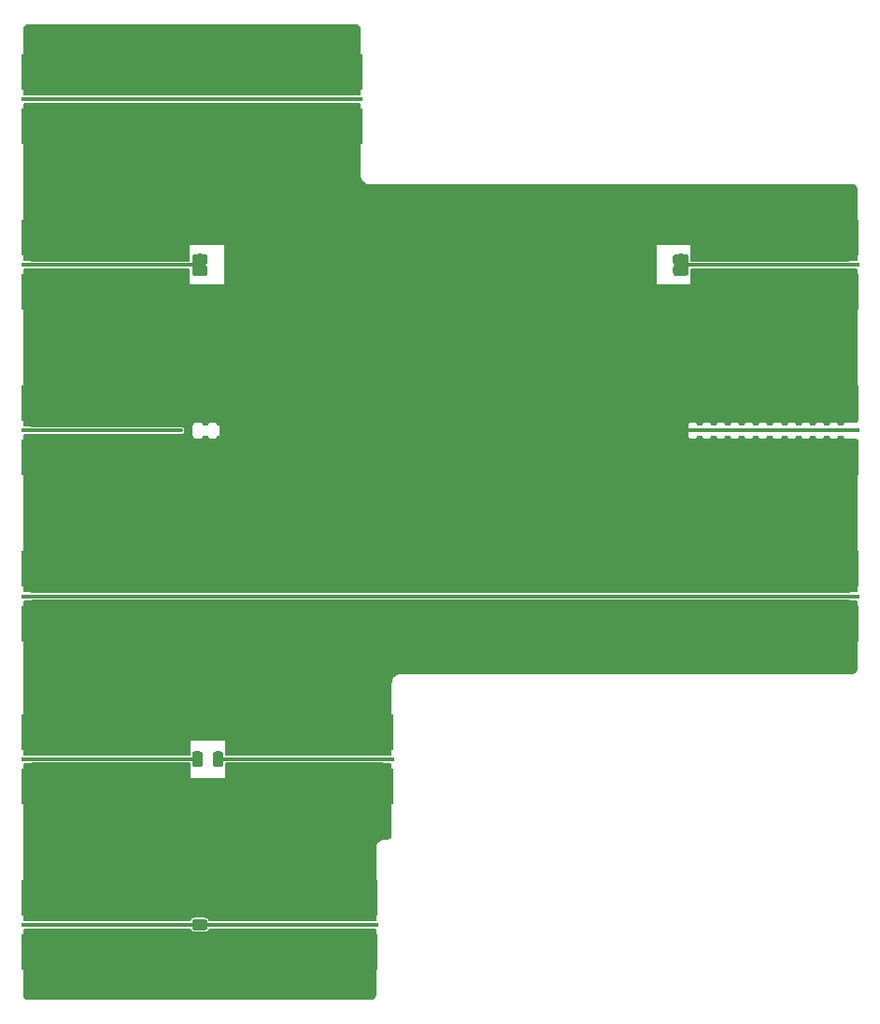
<source format=gtl>
G04 #@! TF.GenerationSoftware,KiCad,Pcbnew,(5.1.5)-2*
G04 #@! TF.CreationDate,2020-02-16T11:04:41+01:00*
G04 #@! TF.ProjectId,OSHPark_4Layers_trl-board_v0_1,4f534850-6172-46b5-9f34-4c6179657273,rev?*
G04 #@! TF.SameCoordinates,Original*
G04 #@! TF.FileFunction,Copper,L1,Top*
G04 #@! TF.FilePolarity,Positive*
%FSLAX46Y46*%
G04 Gerber Fmt 4.6, Leading zero omitted, Abs format (unit mm)*
G04 Created by KiCad (PCBNEW (5.1.5)-2) date 2020-02-16 11:04:41*
%MOMM*%
%LPD*%
G04 APERTURE LIST*
%ADD10R,0.889000X0.406400*%
%ADD11R,5.537200X3.225800*%
%ADD12C,0.152400*%
%ADD13C,0.762000*%
%ADD14C,0.600000*%
%ADD15C,0.340360*%
%ADD16C,1.000000*%
G04 APERTURE END LIST*
D10*
X214955500Y-165000000D03*
D11*
X212631400Y-167463800D03*
X212631400Y-162536200D03*
D10*
X183444500Y-165000000D03*
D11*
X185768600Y-162536200D03*
X185768600Y-167463800D03*
D10*
X216385500Y-150000000D03*
D11*
X214061400Y-152463800D03*
X214061400Y-147536200D03*
D10*
X183444500Y-150000000D03*
D11*
X185768600Y-147536200D03*
X185768600Y-152463800D03*
D10*
X258555500Y-135250000D03*
D11*
X256231400Y-137713800D03*
X256231400Y-132786200D03*
D10*
X183444500Y-135250000D03*
D11*
X185768600Y-132786200D03*
X185768600Y-137713800D03*
D10*
X258555500Y-120250000D03*
D11*
X256231400Y-122713800D03*
X256231400Y-117786200D03*
D10*
X183444500Y-120250000D03*
D11*
X185768600Y-117786200D03*
X185768600Y-122713800D03*
D10*
X258555500Y-105250000D03*
D11*
X256231400Y-107713800D03*
X256231400Y-102786200D03*
D10*
X183444500Y-105250000D03*
D11*
X185768600Y-102786200D03*
X185768600Y-107713800D03*
D10*
X213555500Y-90250000D03*
D11*
X211231400Y-92713800D03*
X211231400Y-87786200D03*
D10*
X183444500Y-90250000D03*
D11*
X185768600Y-87786200D03*
X185768600Y-92713800D03*
G04 #@! TA.AperFunction,SMDPad,CuDef*
D12*
G36*
X199255142Y-149301174D02*
G01*
X199278803Y-149304684D01*
X199302007Y-149310496D01*
X199324529Y-149318554D01*
X199346153Y-149328782D01*
X199366670Y-149341079D01*
X199385883Y-149355329D01*
X199403607Y-149371393D01*
X199419671Y-149389117D01*
X199433921Y-149408330D01*
X199446218Y-149428847D01*
X199456446Y-149450471D01*
X199464504Y-149472993D01*
X199470316Y-149496197D01*
X199473826Y-149519858D01*
X199475000Y-149543750D01*
X199475000Y-150456250D01*
X199473826Y-150480142D01*
X199470316Y-150503803D01*
X199464504Y-150527007D01*
X199456446Y-150549529D01*
X199446218Y-150571153D01*
X199433921Y-150591670D01*
X199419671Y-150610883D01*
X199403607Y-150628607D01*
X199385883Y-150644671D01*
X199366670Y-150658921D01*
X199346153Y-150671218D01*
X199324529Y-150681446D01*
X199302007Y-150689504D01*
X199278803Y-150695316D01*
X199255142Y-150698826D01*
X199231250Y-150700000D01*
X198743750Y-150700000D01*
X198719858Y-150698826D01*
X198696197Y-150695316D01*
X198672993Y-150689504D01*
X198650471Y-150681446D01*
X198628847Y-150671218D01*
X198608330Y-150658921D01*
X198589117Y-150644671D01*
X198571393Y-150628607D01*
X198555329Y-150610883D01*
X198541079Y-150591670D01*
X198528782Y-150571153D01*
X198518554Y-150549529D01*
X198510496Y-150527007D01*
X198504684Y-150503803D01*
X198501174Y-150480142D01*
X198500000Y-150456250D01*
X198500000Y-149543750D01*
X198501174Y-149519858D01*
X198504684Y-149496197D01*
X198510496Y-149472993D01*
X198518554Y-149450471D01*
X198528782Y-149428847D01*
X198541079Y-149408330D01*
X198555329Y-149389117D01*
X198571393Y-149371393D01*
X198589117Y-149355329D01*
X198608330Y-149341079D01*
X198628847Y-149328782D01*
X198650471Y-149318554D01*
X198672993Y-149310496D01*
X198696197Y-149304684D01*
X198719858Y-149301174D01*
X198743750Y-149300000D01*
X199231250Y-149300000D01*
X199255142Y-149301174D01*
G37*
G04 #@! TD.AperFunction*
G04 #@! TA.AperFunction,SMDPad,CuDef*
G36*
X201130142Y-149301174D02*
G01*
X201153803Y-149304684D01*
X201177007Y-149310496D01*
X201199529Y-149318554D01*
X201221153Y-149328782D01*
X201241670Y-149341079D01*
X201260883Y-149355329D01*
X201278607Y-149371393D01*
X201294671Y-149389117D01*
X201308921Y-149408330D01*
X201321218Y-149428847D01*
X201331446Y-149450471D01*
X201339504Y-149472993D01*
X201345316Y-149496197D01*
X201348826Y-149519858D01*
X201350000Y-149543750D01*
X201350000Y-150456250D01*
X201348826Y-150480142D01*
X201345316Y-150503803D01*
X201339504Y-150527007D01*
X201331446Y-150549529D01*
X201321218Y-150571153D01*
X201308921Y-150591670D01*
X201294671Y-150610883D01*
X201278607Y-150628607D01*
X201260883Y-150644671D01*
X201241670Y-150658921D01*
X201221153Y-150671218D01*
X201199529Y-150681446D01*
X201177007Y-150689504D01*
X201153803Y-150695316D01*
X201130142Y-150698826D01*
X201106250Y-150700000D01*
X200618750Y-150700000D01*
X200594858Y-150698826D01*
X200571197Y-150695316D01*
X200547993Y-150689504D01*
X200525471Y-150681446D01*
X200503847Y-150671218D01*
X200483330Y-150658921D01*
X200464117Y-150644671D01*
X200446393Y-150628607D01*
X200430329Y-150610883D01*
X200416079Y-150591670D01*
X200403782Y-150571153D01*
X200393554Y-150549529D01*
X200385496Y-150527007D01*
X200379684Y-150503803D01*
X200376174Y-150480142D01*
X200375000Y-150456250D01*
X200375000Y-149543750D01*
X200376174Y-149519858D01*
X200379684Y-149496197D01*
X200385496Y-149472993D01*
X200393554Y-149450471D01*
X200403782Y-149428847D01*
X200416079Y-149408330D01*
X200430329Y-149389117D01*
X200446393Y-149371393D01*
X200464117Y-149355329D01*
X200483330Y-149341079D01*
X200503847Y-149328782D01*
X200525471Y-149318554D01*
X200547993Y-149310496D01*
X200571197Y-149304684D01*
X200594858Y-149301174D01*
X200618750Y-149300000D01*
X201106250Y-149300000D01*
X201130142Y-149301174D01*
G37*
G04 #@! TD.AperFunction*
G04 #@! TA.AperFunction,SMDPad,CuDef*
G36*
X199680142Y-102401174D02*
G01*
X199703803Y-102404684D01*
X199727007Y-102410496D01*
X199749529Y-102418554D01*
X199771153Y-102428782D01*
X199791670Y-102441079D01*
X199810883Y-102455329D01*
X199828607Y-102471393D01*
X199844671Y-102489117D01*
X199858921Y-102508330D01*
X199871218Y-102528847D01*
X199881446Y-102550471D01*
X199889504Y-102572993D01*
X199895316Y-102596197D01*
X199898826Y-102619858D01*
X199900000Y-102643750D01*
X199900000Y-103131250D01*
X199898826Y-103155142D01*
X199895316Y-103178803D01*
X199889504Y-103202007D01*
X199881446Y-103224529D01*
X199871218Y-103246153D01*
X199858921Y-103266670D01*
X199844671Y-103285883D01*
X199828607Y-103303607D01*
X199810883Y-103319671D01*
X199791670Y-103333921D01*
X199771153Y-103346218D01*
X199749529Y-103356446D01*
X199727007Y-103364504D01*
X199703803Y-103370316D01*
X199680142Y-103373826D01*
X199656250Y-103375000D01*
X198743750Y-103375000D01*
X198719858Y-103373826D01*
X198696197Y-103370316D01*
X198672993Y-103364504D01*
X198650471Y-103356446D01*
X198628847Y-103346218D01*
X198608330Y-103333921D01*
X198589117Y-103319671D01*
X198571393Y-103303607D01*
X198555329Y-103285883D01*
X198541079Y-103266670D01*
X198528782Y-103246153D01*
X198518554Y-103224529D01*
X198510496Y-103202007D01*
X198504684Y-103178803D01*
X198501174Y-103155142D01*
X198500000Y-103131250D01*
X198500000Y-102643750D01*
X198501174Y-102619858D01*
X198504684Y-102596197D01*
X198510496Y-102572993D01*
X198518554Y-102550471D01*
X198528782Y-102528847D01*
X198541079Y-102508330D01*
X198555329Y-102489117D01*
X198571393Y-102471393D01*
X198589117Y-102455329D01*
X198608330Y-102441079D01*
X198628847Y-102428782D01*
X198650471Y-102418554D01*
X198672993Y-102410496D01*
X198696197Y-102404684D01*
X198719858Y-102401174D01*
X198743750Y-102400000D01*
X199656250Y-102400000D01*
X199680142Y-102401174D01*
G37*
G04 #@! TD.AperFunction*
G04 #@! TA.AperFunction,SMDPad,CuDef*
G36*
X199680142Y-104276174D02*
G01*
X199703803Y-104279684D01*
X199727007Y-104285496D01*
X199749529Y-104293554D01*
X199771153Y-104303782D01*
X199791670Y-104316079D01*
X199810883Y-104330329D01*
X199828607Y-104346393D01*
X199844671Y-104364117D01*
X199858921Y-104383330D01*
X199871218Y-104403847D01*
X199881446Y-104425471D01*
X199889504Y-104447993D01*
X199895316Y-104471197D01*
X199898826Y-104494858D01*
X199900000Y-104518750D01*
X199900000Y-105006250D01*
X199898826Y-105030142D01*
X199895316Y-105053803D01*
X199889504Y-105077007D01*
X199881446Y-105099529D01*
X199871218Y-105121153D01*
X199858921Y-105141670D01*
X199844671Y-105160883D01*
X199828607Y-105178607D01*
X199810883Y-105194671D01*
X199791670Y-105208921D01*
X199771153Y-105221218D01*
X199749529Y-105231446D01*
X199727007Y-105239504D01*
X199703803Y-105245316D01*
X199680142Y-105248826D01*
X199656250Y-105250000D01*
X198743750Y-105250000D01*
X198719858Y-105248826D01*
X198696197Y-105245316D01*
X198672993Y-105239504D01*
X198650471Y-105231446D01*
X198628847Y-105221218D01*
X198608330Y-105208921D01*
X198589117Y-105194671D01*
X198571393Y-105178607D01*
X198555329Y-105160883D01*
X198541079Y-105141670D01*
X198528782Y-105121153D01*
X198518554Y-105099529D01*
X198510496Y-105077007D01*
X198504684Y-105053803D01*
X198501174Y-105030142D01*
X198500000Y-105006250D01*
X198500000Y-104518750D01*
X198501174Y-104494858D01*
X198504684Y-104471197D01*
X198510496Y-104447993D01*
X198518554Y-104425471D01*
X198528782Y-104403847D01*
X198541079Y-104383330D01*
X198555329Y-104364117D01*
X198571393Y-104346393D01*
X198589117Y-104330329D01*
X198608330Y-104316079D01*
X198628847Y-104303782D01*
X198650471Y-104293554D01*
X198672993Y-104285496D01*
X198696197Y-104279684D01*
X198719858Y-104276174D01*
X198743750Y-104275000D01*
X199656250Y-104275000D01*
X199680142Y-104276174D01*
G37*
G04 #@! TD.AperFunction*
G04 #@! TA.AperFunction,SMDPad,CuDef*
G36*
X199680142Y-107126174D02*
G01*
X199703803Y-107129684D01*
X199727007Y-107135496D01*
X199749529Y-107143554D01*
X199771153Y-107153782D01*
X199791670Y-107166079D01*
X199810883Y-107180329D01*
X199828607Y-107196393D01*
X199844671Y-107214117D01*
X199858921Y-107233330D01*
X199871218Y-107253847D01*
X199881446Y-107275471D01*
X199889504Y-107297993D01*
X199895316Y-107321197D01*
X199898826Y-107344858D01*
X199900000Y-107368750D01*
X199900000Y-107856250D01*
X199898826Y-107880142D01*
X199895316Y-107903803D01*
X199889504Y-107927007D01*
X199881446Y-107949529D01*
X199871218Y-107971153D01*
X199858921Y-107991670D01*
X199844671Y-108010883D01*
X199828607Y-108028607D01*
X199810883Y-108044671D01*
X199791670Y-108058921D01*
X199771153Y-108071218D01*
X199749529Y-108081446D01*
X199727007Y-108089504D01*
X199703803Y-108095316D01*
X199680142Y-108098826D01*
X199656250Y-108100000D01*
X198743750Y-108100000D01*
X198719858Y-108098826D01*
X198696197Y-108095316D01*
X198672993Y-108089504D01*
X198650471Y-108081446D01*
X198628847Y-108071218D01*
X198608330Y-108058921D01*
X198589117Y-108044671D01*
X198571393Y-108028607D01*
X198555329Y-108010883D01*
X198541079Y-107991670D01*
X198528782Y-107971153D01*
X198518554Y-107949529D01*
X198510496Y-107927007D01*
X198504684Y-107903803D01*
X198501174Y-107880142D01*
X198500000Y-107856250D01*
X198500000Y-107368750D01*
X198501174Y-107344858D01*
X198504684Y-107321197D01*
X198510496Y-107297993D01*
X198518554Y-107275471D01*
X198528782Y-107253847D01*
X198541079Y-107233330D01*
X198555329Y-107214117D01*
X198571393Y-107196393D01*
X198589117Y-107180329D01*
X198608330Y-107166079D01*
X198628847Y-107153782D01*
X198650471Y-107143554D01*
X198672993Y-107135496D01*
X198696197Y-107129684D01*
X198719858Y-107126174D01*
X198743750Y-107125000D01*
X199656250Y-107125000D01*
X199680142Y-107126174D01*
G37*
G04 #@! TD.AperFunction*
G04 #@! TA.AperFunction,SMDPad,CuDef*
G36*
X199680142Y-105251174D02*
G01*
X199703803Y-105254684D01*
X199727007Y-105260496D01*
X199749529Y-105268554D01*
X199771153Y-105278782D01*
X199791670Y-105291079D01*
X199810883Y-105305329D01*
X199828607Y-105321393D01*
X199844671Y-105339117D01*
X199858921Y-105358330D01*
X199871218Y-105378847D01*
X199881446Y-105400471D01*
X199889504Y-105422993D01*
X199895316Y-105446197D01*
X199898826Y-105469858D01*
X199900000Y-105493750D01*
X199900000Y-105981250D01*
X199898826Y-106005142D01*
X199895316Y-106028803D01*
X199889504Y-106052007D01*
X199881446Y-106074529D01*
X199871218Y-106096153D01*
X199858921Y-106116670D01*
X199844671Y-106135883D01*
X199828607Y-106153607D01*
X199810883Y-106169671D01*
X199791670Y-106183921D01*
X199771153Y-106196218D01*
X199749529Y-106206446D01*
X199727007Y-106214504D01*
X199703803Y-106220316D01*
X199680142Y-106223826D01*
X199656250Y-106225000D01*
X198743750Y-106225000D01*
X198719858Y-106223826D01*
X198696197Y-106220316D01*
X198672993Y-106214504D01*
X198650471Y-106206446D01*
X198628847Y-106196218D01*
X198608330Y-106183921D01*
X198589117Y-106169671D01*
X198571393Y-106153607D01*
X198555329Y-106135883D01*
X198541079Y-106116670D01*
X198528782Y-106096153D01*
X198518554Y-106074529D01*
X198510496Y-106052007D01*
X198504684Y-106028803D01*
X198501174Y-106005142D01*
X198500000Y-105981250D01*
X198500000Y-105493750D01*
X198501174Y-105469858D01*
X198504684Y-105446197D01*
X198510496Y-105422993D01*
X198518554Y-105400471D01*
X198528782Y-105378847D01*
X198541079Y-105358330D01*
X198555329Y-105339117D01*
X198571393Y-105321393D01*
X198589117Y-105305329D01*
X198608330Y-105291079D01*
X198628847Y-105278782D01*
X198650471Y-105268554D01*
X198672993Y-105260496D01*
X198696197Y-105254684D01*
X198719858Y-105251174D01*
X198743750Y-105250000D01*
X199656250Y-105250000D01*
X199680142Y-105251174D01*
G37*
G04 #@! TD.AperFunction*
G04 #@! TA.AperFunction,SMDPad,CuDef*
G36*
X243280142Y-102401174D02*
G01*
X243303803Y-102404684D01*
X243327007Y-102410496D01*
X243349529Y-102418554D01*
X243371153Y-102428782D01*
X243391670Y-102441079D01*
X243410883Y-102455329D01*
X243428607Y-102471393D01*
X243444671Y-102489117D01*
X243458921Y-102508330D01*
X243471218Y-102528847D01*
X243481446Y-102550471D01*
X243489504Y-102572993D01*
X243495316Y-102596197D01*
X243498826Y-102619858D01*
X243500000Y-102643750D01*
X243500000Y-103131250D01*
X243498826Y-103155142D01*
X243495316Y-103178803D01*
X243489504Y-103202007D01*
X243481446Y-103224529D01*
X243471218Y-103246153D01*
X243458921Y-103266670D01*
X243444671Y-103285883D01*
X243428607Y-103303607D01*
X243410883Y-103319671D01*
X243391670Y-103333921D01*
X243371153Y-103346218D01*
X243349529Y-103356446D01*
X243327007Y-103364504D01*
X243303803Y-103370316D01*
X243280142Y-103373826D01*
X243256250Y-103375000D01*
X242343750Y-103375000D01*
X242319858Y-103373826D01*
X242296197Y-103370316D01*
X242272993Y-103364504D01*
X242250471Y-103356446D01*
X242228847Y-103346218D01*
X242208330Y-103333921D01*
X242189117Y-103319671D01*
X242171393Y-103303607D01*
X242155329Y-103285883D01*
X242141079Y-103266670D01*
X242128782Y-103246153D01*
X242118554Y-103224529D01*
X242110496Y-103202007D01*
X242104684Y-103178803D01*
X242101174Y-103155142D01*
X242100000Y-103131250D01*
X242100000Y-102643750D01*
X242101174Y-102619858D01*
X242104684Y-102596197D01*
X242110496Y-102572993D01*
X242118554Y-102550471D01*
X242128782Y-102528847D01*
X242141079Y-102508330D01*
X242155329Y-102489117D01*
X242171393Y-102471393D01*
X242189117Y-102455329D01*
X242208330Y-102441079D01*
X242228847Y-102428782D01*
X242250471Y-102418554D01*
X242272993Y-102410496D01*
X242296197Y-102404684D01*
X242319858Y-102401174D01*
X242343750Y-102400000D01*
X243256250Y-102400000D01*
X243280142Y-102401174D01*
G37*
G04 #@! TD.AperFunction*
G04 #@! TA.AperFunction,SMDPad,CuDef*
G36*
X243280142Y-104276174D02*
G01*
X243303803Y-104279684D01*
X243327007Y-104285496D01*
X243349529Y-104293554D01*
X243371153Y-104303782D01*
X243391670Y-104316079D01*
X243410883Y-104330329D01*
X243428607Y-104346393D01*
X243444671Y-104364117D01*
X243458921Y-104383330D01*
X243471218Y-104403847D01*
X243481446Y-104425471D01*
X243489504Y-104447993D01*
X243495316Y-104471197D01*
X243498826Y-104494858D01*
X243500000Y-104518750D01*
X243500000Y-105006250D01*
X243498826Y-105030142D01*
X243495316Y-105053803D01*
X243489504Y-105077007D01*
X243481446Y-105099529D01*
X243471218Y-105121153D01*
X243458921Y-105141670D01*
X243444671Y-105160883D01*
X243428607Y-105178607D01*
X243410883Y-105194671D01*
X243391670Y-105208921D01*
X243371153Y-105221218D01*
X243349529Y-105231446D01*
X243327007Y-105239504D01*
X243303803Y-105245316D01*
X243280142Y-105248826D01*
X243256250Y-105250000D01*
X242343750Y-105250000D01*
X242319858Y-105248826D01*
X242296197Y-105245316D01*
X242272993Y-105239504D01*
X242250471Y-105231446D01*
X242228847Y-105221218D01*
X242208330Y-105208921D01*
X242189117Y-105194671D01*
X242171393Y-105178607D01*
X242155329Y-105160883D01*
X242141079Y-105141670D01*
X242128782Y-105121153D01*
X242118554Y-105099529D01*
X242110496Y-105077007D01*
X242104684Y-105053803D01*
X242101174Y-105030142D01*
X242100000Y-105006250D01*
X242100000Y-104518750D01*
X242101174Y-104494858D01*
X242104684Y-104471197D01*
X242110496Y-104447993D01*
X242118554Y-104425471D01*
X242128782Y-104403847D01*
X242141079Y-104383330D01*
X242155329Y-104364117D01*
X242171393Y-104346393D01*
X242189117Y-104330329D01*
X242208330Y-104316079D01*
X242228847Y-104303782D01*
X242250471Y-104293554D01*
X242272993Y-104285496D01*
X242296197Y-104279684D01*
X242319858Y-104276174D01*
X242343750Y-104275000D01*
X243256250Y-104275000D01*
X243280142Y-104276174D01*
G37*
G04 #@! TD.AperFunction*
G04 #@! TA.AperFunction,SMDPad,CuDef*
G36*
X243280142Y-107126174D02*
G01*
X243303803Y-107129684D01*
X243327007Y-107135496D01*
X243349529Y-107143554D01*
X243371153Y-107153782D01*
X243391670Y-107166079D01*
X243410883Y-107180329D01*
X243428607Y-107196393D01*
X243444671Y-107214117D01*
X243458921Y-107233330D01*
X243471218Y-107253847D01*
X243481446Y-107275471D01*
X243489504Y-107297993D01*
X243495316Y-107321197D01*
X243498826Y-107344858D01*
X243500000Y-107368750D01*
X243500000Y-107856250D01*
X243498826Y-107880142D01*
X243495316Y-107903803D01*
X243489504Y-107927007D01*
X243481446Y-107949529D01*
X243471218Y-107971153D01*
X243458921Y-107991670D01*
X243444671Y-108010883D01*
X243428607Y-108028607D01*
X243410883Y-108044671D01*
X243391670Y-108058921D01*
X243371153Y-108071218D01*
X243349529Y-108081446D01*
X243327007Y-108089504D01*
X243303803Y-108095316D01*
X243280142Y-108098826D01*
X243256250Y-108100000D01*
X242343750Y-108100000D01*
X242319858Y-108098826D01*
X242296197Y-108095316D01*
X242272993Y-108089504D01*
X242250471Y-108081446D01*
X242228847Y-108071218D01*
X242208330Y-108058921D01*
X242189117Y-108044671D01*
X242171393Y-108028607D01*
X242155329Y-108010883D01*
X242141079Y-107991670D01*
X242128782Y-107971153D01*
X242118554Y-107949529D01*
X242110496Y-107927007D01*
X242104684Y-107903803D01*
X242101174Y-107880142D01*
X242100000Y-107856250D01*
X242100000Y-107368750D01*
X242101174Y-107344858D01*
X242104684Y-107321197D01*
X242110496Y-107297993D01*
X242118554Y-107275471D01*
X242128782Y-107253847D01*
X242141079Y-107233330D01*
X242155329Y-107214117D01*
X242171393Y-107196393D01*
X242189117Y-107180329D01*
X242208330Y-107166079D01*
X242228847Y-107153782D01*
X242250471Y-107143554D01*
X242272993Y-107135496D01*
X242296197Y-107129684D01*
X242319858Y-107126174D01*
X242343750Y-107125000D01*
X243256250Y-107125000D01*
X243280142Y-107126174D01*
G37*
G04 #@! TD.AperFunction*
G04 #@! TA.AperFunction,SMDPad,CuDef*
G36*
X243280142Y-105251174D02*
G01*
X243303803Y-105254684D01*
X243327007Y-105260496D01*
X243349529Y-105268554D01*
X243371153Y-105278782D01*
X243391670Y-105291079D01*
X243410883Y-105305329D01*
X243428607Y-105321393D01*
X243444671Y-105339117D01*
X243458921Y-105358330D01*
X243471218Y-105378847D01*
X243481446Y-105400471D01*
X243489504Y-105422993D01*
X243495316Y-105446197D01*
X243498826Y-105469858D01*
X243500000Y-105493750D01*
X243500000Y-105981250D01*
X243498826Y-106005142D01*
X243495316Y-106028803D01*
X243489504Y-106052007D01*
X243481446Y-106074529D01*
X243471218Y-106096153D01*
X243458921Y-106116670D01*
X243444671Y-106135883D01*
X243428607Y-106153607D01*
X243410883Y-106169671D01*
X243391670Y-106183921D01*
X243371153Y-106196218D01*
X243349529Y-106206446D01*
X243327007Y-106214504D01*
X243303803Y-106220316D01*
X243280142Y-106223826D01*
X243256250Y-106225000D01*
X242343750Y-106225000D01*
X242319858Y-106223826D01*
X242296197Y-106220316D01*
X242272993Y-106214504D01*
X242250471Y-106206446D01*
X242228847Y-106196218D01*
X242208330Y-106183921D01*
X242189117Y-106169671D01*
X242171393Y-106153607D01*
X242155329Y-106135883D01*
X242141079Y-106116670D01*
X242128782Y-106096153D01*
X242118554Y-106074529D01*
X242110496Y-106052007D01*
X242104684Y-106028803D01*
X242101174Y-106005142D01*
X242100000Y-105981250D01*
X242100000Y-105493750D01*
X242101174Y-105469858D01*
X242104684Y-105446197D01*
X242110496Y-105422993D01*
X242118554Y-105400471D01*
X242128782Y-105378847D01*
X242141079Y-105358330D01*
X242155329Y-105339117D01*
X242171393Y-105321393D01*
X242189117Y-105305329D01*
X242208330Y-105291079D01*
X242228847Y-105278782D01*
X242250471Y-105268554D01*
X242272993Y-105260496D01*
X242296197Y-105254684D01*
X242319858Y-105251174D01*
X242343750Y-105250000D01*
X243256250Y-105250000D01*
X243280142Y-105251174D01*
G37*
G04 #@! TD.AperFunction*
G04 #@! TA.AperFunction,SMDPad,CuDef*
G36*
X199680142Y-164513674D02*
G01*
X199703803Y-164517184D01*
X199727007Y-164522996D01*
X199749529Y-164531054D01*
X199771153Y-164541282D01*
X199791670Y-164553579D01*
X199810883Y-164567829D01*
X199828607Y-164583893D01*
X199844671Y-164601617D01*
X199858921Y-164620830D01*
X199871218Y-164641347D01*
X199881446Y-164662971D01*
X199889504Y-164685493D01*
X199895316Y-164708697D01*
X199898826Y-164732358D01*
X199900000Y-164756250D01*
X199900000Y-165243750D01*
X199898826Y-165267642D01*
X199895316Y-165291303D01*
X199889504Y-165314507D01*
X199881446Y-165337029D01*
X199871218Y-165358653D01*
X199858921Y-165379170D01*
X199844671Y-165398383D01*
X199828607Y-165416107D01*
X199810883Y-165432171D01*
X199791670Y-165446421D01*
X199771153Y-165458718D01*
X199749529Y-165468946D01*
X199727007Y-165477004D01*
X199703803Y-165482816D01*
X199680142Y-165486326D01*
X199656250Y-165487500D01*
X198743750Y-165487500D01*
X198719858Y-165486326D01*
X198696197Y-165482816D01*
X198672993Y-165477004D01*
X198650471Y-165468946D01*
X198628847Y-165458718D01*
X198608330Y-165446421D01*
X198589117Y-165432171D01*
X198571393Y-165416107D01*
X198555329Y-165398383D01*
X198541079Y-165379170D01*
X198528782Y-165358653D01*
X198518554Y-165337029D01*
X198510496Y-165314507D01*
X198504684Y-165291303D01*
X198501174Y-165267642D01*
X198500000Y-165243750D01*
X198500000Y-164756250D01*
X198501174Y-164732358D01*
X198504684Y-164708697D01*
X198510496Y-164685493D01*
X198518554Y-164662971D01*
X198528782Y-164641347D01*
X198541079Y-164620830D01*
X198555329Y-164601617D01*
X198571393Y-164583893D01*
X198589117Y-164567829D01*
X198608330Y-164553579D01*
X198628847Y-164541282D01*
X198650471Y-164531054D01*
X198672993Y-164522996D01*
X198696197Y-164517184D01*
X198719858Y-164513674D01*
X198743750Y-164512500D01*
X199656250Y-164512500D01*
X199680142Y-164513674D01*
G37*
G04 #@! TD.AperFunction*
G04 #@! TA.AperFunction,SMDPad,CuDef*
G36*
X199680142Y-166388674D02*
G01*
X199703803Y-166392184D01*
X199727007Y-166397996D01*
X199749529Y-166406054D01*
X199771153Y-166416282D01*
X199791670Y-166428579D01*
X199810883Y-166442829D01*
X199828607Y-166458893D01*
X199844671Y-166476617D01*
X199858921Y-166495830D01*
X199871218Y-166516347D01*
X199881446Y-166537971D01*
X199889504Y-166560493D01*
X199895316Y-166583697D01*
X199898826Y-166607358D01*
X199900000Y-166631250D01*
X199900000Y-167118750D01*
X199898826Y-167142642D01*
X199895316Y-167166303D01*
X199889504Y-167189507D01*
X199881446Y-167212029D01*
X199871218Y-167233653D01*
X199858921Y-167254170D01*
X199844671Y-167273383D01*
X199828607Y-167291107D01*
X199810883Y-167307171D01*
X199791670Y-167321421D01*
X199771153Y-167333718D01*
X199749529Y-167343946D01*
X199727007Y-167352004D01*
X199703803Y-167357816D01*
X199680142Y-167361326D01*
X199656250Y-167362500D01*
X198743750Y-167362500D01*
X198719858Y-167361326D01*
X198696197Y-167357816D01*
X198672993Y-167352004D01*
X198650471Y-167343946D01*
X198628847Y-167333718D01*
X198608330Y-167321421D01*
X198589117Y-167307171D01*
X198571393Y-167291107D01*
X198555329Y-167273383D01*
X198541079Y-167254170D01*
X198528782Y-167233653D01*
X198518554Y-167212029D01*
X198510496Y-167189507D01*
X198504684Y-167166303D01*
X198501174Y-167142642D01*
X198500000Y-167118750D01*
X198500000Y-166631250D01*
X198501174Y-166607358D01*
X198504684Y-166583697D01*
X198510496Y-166560493D01*
X198518554Y-166537971D01*
X198528782Y-166516347D01*
X198541079Y-166495830D01*
X198555329Y-166476617D01*
X198571393Y-166458893D01*
X198589117Y-166442829D01*
X198608330Y-166428579D01*
X198628847Y-166416282D01*
X198650471Y-166406054D01*
X198672993Y-166397996D01*
X198696197Y-166392184D01*
X198719858Y-166388674D01*
X198743750Y-166387500D01*
X199656250Y-166387500D01*
X199680142Y-166388674D01*
G37*
G04 #@! TD.AperFunction*
D13*
X185300000Y-165812800D03*
X186600000Y-165812800D03*
X187900000Y-165812800D03*
X189200000Y-165812800D03*
X190500000Y-165812800D03*
X191800000Y-165812800D03*
X193100000Y-165812800D03*
X194400000Y-165812800D03*
X195700000Y-165812800D03*
X197000000Y-165812800D03*
X200900000Y-165812800D03*
X202200000Y-165812800D03*
X203500000Y-165812800D03*
X204800000Y-165812800D03*
X206100000Y-165812800D03*
X207400000Y-165812800D03*
X208700000Y-165812800D03*
X210000000Y-165812800D03*
X211300000Y-165812800D03*
X212600000Y-165812800D03*
X184000000Y-165812800D03*
X213900000Y-165812800D03*
X212600000Y-164187200D03*
X211300000Y-164187200D03*
X210000000Y-164187200D03*
X208700000Y-164187200D03*
X207400000Y-164187200D03*
X206100000Y-164187200D03*
X204800000Y-164187200D03*
X203500000Y-164187200D03*
X202200000Y-164187200D03*
X200900000Y-164187200D03*
X197000000Y-164187200D03*
X195700000Y-164187200D03*
X194400000Y-164187200D03*
X193100000Y-164187200D03*
X191800000Y-164187200D03*
X190500000Y-164187200D03*
X189200000Y-164187200D03*
X187900000Y-164187200D03*
X186600000Y-164187200D03*
X185300000Y-164187200D03*
X213900000Y-164187200D03*
X184000000Y-164187200D03*
X185362500Y-150812800D03*
X186725000Y-150812800D03*
X188087500Y-150812800D03*
X189450000Y-150812800D03*
X190812500Y-150812800D03*
X192175000Y-150812800D03*
X193537500Y-150812800D03*
X194900000Y-150812800D03*
X196262500Y-150812800D03*
X197625000Y-150812800D03*
X184000000Y-150812800D03*
X197625000Y-149187200D03*
X196262500Y-149187200D03*
X194900000Y-149187200D03*
X193537500Y-149187200D03*
X192175000Y-149187200D03*
X190812500Y-149187200D03*
X189450000Y-149187200D03*
X188087500Y-149187200D03*
X186725000Y-149187200D03*
X185362500Y-149187200D03*
X184000000Y-149187200D03*
X202156083Y-150812800D03*
X203449666Y-150812800D03*
X204743250Y-150812800D03*
X206036833Y-150812800D03*
X207330416Y-150812800D03*
X208624000Y-150812800D03*
X209917583Y-150812800D03*
X211211166Y-150812800D03*
X212504750Y-150812800D03*
X213798333Y-150812800D03*
X215091916Y-150812800D03*
X215091916Y-149187200D03*
X213798333Y-149187200D03*
X212504750Y-149187200D03*
X211211166Y-149187200D03*
X209917583Y-149187200D03*
X208624000Y-149187200D03*
X207330416Y-149187200D03*
X206036833Y-149187200D03*
X204743250Y-149187200D03*
X203449666Y-149187200D03*
X202156083Y-149187200D03*
X185285439Y-136062800D03*
X186570879Y-136062800D03*
X187856318Y-136062800D03*
X189141758Y-136062800D03*
X190427198Y-136062800D03*
X191712637Y-136062800D03*
X192998077Y-136062800D03*
X194283517Y-136062800D03*
X195568956Y-136062800D03*
X196854396Y-136062800D03*
X198139836Y-136062800D03*
X199425275Y-136062800D03*
X200710715Y-136062800D03*
X201996155Y-136062800D03*
X203281594Y-136062800D03*
X204567034Y-136062800D03*
X205852474Y-136062800D03*
X207137913Y-136062800D03*
X208423353Y-136062800D03*
X209708793Y-136062800D03*
X210994232Y-136062800D03*
X212279672Y-136062800D03*
X213565112Y-136062800D03*
X214850551Y-136062800D03*
X216135991Y-136062800D03*
X217421431Y-136062800D03*
X218706870Y-136062800D03*
X219992310Y-136062800D03*
X221277750Y-136062800D03*
X222563189Y-136062800D03*
X223848629Y-136062800D03*
X225134068Y-136062800D03*
X226419508Y-136062800D03*
X227704948Y-136062800D03*
X228990387Y-136062800D03*
X230275827Y-136062800D03*
X231561267Y-136062800D03*
X232846706Y-136062800D03*
X234132146Y-136062800D03*
X235417586Y-136062800D03*
X236703025Y-136062800D03*
X237988465Y-136062800D03*
X239273905Y-136062800D03*
X240559344Y-136062800D03*
X241844784Y-136062800D03*
X243130224Y-136062800D03*
X244415663Y-136062800D03*
X245701103Y-136062800D03*
X246986543Y-136062800D03*
X248271982Y-136062800D03*
X249557422Y-136062800D03*
X250842862Y-136062800D03*
X252128301Y-136062800D03*
X253413741Y-136062800D03*
X254699181Y-136062800D03*
X255984620Y-136062800D03*
X257270060Y-136062800D03*
X184000000Y-136062800D03*
X257270060Y-134437200D03*
X255984620Y-134437200D03*
X254699181Y-134437200D03*
X253413741Y-134437200D03*
X252128301Y-134437200D03*
X250842862Y-134437200D03*
X249557422Y-134437200D03*
X248271982Y-134437200D03*
X246986543Y-134437200D03*
X245701103Y-134437200D03*
X244415663Y-134437200D03*
X243130224Y-134437200D03*
X241844784Y-134437200D03*
X240559344Y-134437200D03*
X239273905Y-134437200D03*
X237988465Y-134437200D03*
X236703025Y-134437200D03*
X235417586Y-134437200D03*
X234132146Y-134437200D03*
X232846706Y-134437200D03*
X231561267Y-134437200D03*
X230275827Y-134437200D03*
X228990387Y-134437200D03*
X227704948Y-134437200D03*
X226419508Y-134437200D03*
X225134068Y-134437200D03*
X223848629Y-134437200D03*
X222563189Y-134437200D03*
X221277750Y-134437200D03*
X219992310Y-134437200D03*
X218706870Y-134437200D03*
X217421431Y-134437200D03*
X216135991Y-134437200D03*
X214850551Y-134437200D03*
X213565112Y-134437200D03*
X212279672Y-134437200D03*
X210994232Y-134437200D03*
X209708793Y-134437200D03*
X208423353Y-134437200D03*
X207137913Y-134437200D03*
X205852474Y-134437200D03*
X204567034Y-134437200D03*
X203281594Y-134437200D03*
X201996155Y-134437200D03*
X200710715Y-134437200D03*
X199425275Y-134437200D03*
X198139836Y-134437200D03*
X196854396Y-134437200D03*
X195568956Y-134437200D03*
X194283517Y-134437200D03*
X192998077Y-134437200D03*
X191712637Y-134437200D03*
X190427198Y-134437200D03*
X189141758Y-134437200D03*
X187856318Y-134437200D03*
X186570879Y-134437200D03*
X185285439Y-134437200D03*
X184000000Y-134437200D03*
X245425916Y-106062800D03*
X246738875Y-106062800D03*
X248051833Y-106062800D03*
X249364791Y-106062800D03*
X250677750Y-106062800D03*
X251990708Y-106062800D03*
X253303666Y-106062800D03*
X254616625Y-106062800D03*
X255929583Y-106062800D03*
X257242541Y-106062800D03*
X257242541Y-104437200D03*
X255929583Y-104437200D03*
X254616625Y-104437200D03*
X253303666Y-104437200D03*
X251990708Y-104437200D03*
X250677750Y-104437200D03*
X249364791Y-104437200D03*
X248051833Y-104437200D03*
X246738875Y-104437200D03*
X245425916Y-104437200D03*
X244525458Y-121062800D03*
X245800916Y-121062800D03*
X247076375Y-121062800D03*
X248351833Y-121062800D03*
X249627291Y-121062800D03*
X250902750Y-121062800D03*
X252178208Y-121062800D03*
X253453666Y-121062800D03*
X254729125Y-121062800D03*
X256004583Y-121062800D03*
X257280041Y-121062800D03*
X243250000Y-121062800D03*
X257280041Y-119437200D03*
X256004583Y-119437200D03*
X254729125Y-119437200D03*
X253453666Y-119437200D03*
X252178208Y-119437200D03*
X250902750Y-119437200D03*
X249627291Y-119437200D03*
X248351833Y-119437200D03*
X247076375Y-119437200D03*
X245800916Y-119437200D03*
X244525458Y-119437200D03*
X243250000Y-119437200D03*
X185307692Y-121062800D03*
X186615384Y-121062800D03*
X187923076Y-121062800D03*
X189230769Y-121062800D03*
X190538461Y-121062800D03*
X191846153Y-121062800D03*
X193153846Y-121062800D03*
X194461538Y-121062800D03*
X195769230Y-121062800D03*
X197076923Y-121062800D03*
X198384615Y-121062800D03*
X199692307Y-121062800D03*
X184000000Y-121062800D03*
X201000000Y-121062800D03*
X199692307Y-119437200D03*
X198384615Y-119437200D03*
X197076923Y-119437200D03*
X195769230Y-119437200D03*
X194461538Y-119437200D03*
X193153846Y-119437200D03*
X191846153Y-119437200D03*
X190538461Y-119437200D03*
X189230769Y-119437200D03*
X187923076Y-119437200D03*
X186615384Y-119437200D03*
X185307692Y-119437200D03*
X184000000Y-119437200D03*
X185318181Y-106062800D03*
X186636363Y-106062800D03*
X187954545Y-106062800D03*
X189272727Y-106062800D03*
X190590909Y-106062800D03*
X191909090Y-106062800D03*
X193227272Y-106062800D03*
X194545454Y-106062800D03*
X195863636Y-106062800D03*
X197181818Y-106062800D03*
X184000000Y-106062800D03*
X197181818Y-104437200D03*
X195863636Y-104437200D03*
X194545454Y-104437200D03*
X193227272Y-104437200D03*
X191909090Y-104437200D03*
X190590909Y-104437200D03*
X189272727Y-104437200D03*
X187954545Y-104437200D03*
X186636363Y-104437200D03*
X185318181Y-104437200D03*
X184000000Y-104437200D03*
X185322727Y-91062800D03*
X186645454Y-91062800D03*
X187968181Y-91062800D03*
X189290909Y-91062800D03*
X190613636Y-91062800D03*
X191936363Y-91062800D03*
X193259090Y-91062800D03*
X194581818Y-91062800D03*
X195904545Y-91062800D03*
X197227272Y-91062800D03*
X198550000Y-91062800D03*
X199872727Y-91062800D03*
X201195454Y-91062800D03*
X202518181Y-91062800D03*
X203840909Y-91062800D03*
X205163636Y-91062800D03*
X206486363Y-91062800D03*
X207809090Y-91062800D03*
X209131818Y-91062800D03*
X210454545Y-91062800D03*
X211777272Y-91062800D03*
X184000000Y-91062800D03*
X213100000Y-91062800D03*
X211777272Y-89437200D03*
X210454545Y-89437200D03*
X209131818Y-89437200D03*
X207809090Y-89437200D03*
X206486363Y-89437200D03*
X205163636Y-89437200D03*
X203840909Y-89437200D03*
X202518181Y-89437200D03*
X201195454Y-89437200D03*
X199872727Y-89437200D03*
X198550000Y-89437200D03*
X197227272Y-89437200D03*
X195904545Y-89437200D03*
X194581818Y-89437200D03*
X193259090Y-89437200D03*
X191936363Y-89437200D03*
X190613636Y-89437200D03*
X189290909Y-89437200D03*
X187968181Y-89437200D03*
X186645454Y-89437200D03*
X185322727Y-89437200D03*
X213100000Y-89437200D03*
X184000000Y-89437200D03*
D14*
X197250000Y-102750000D03*
X197250000Y-101500000D03*
X198500000Y-101500000D03*
X199750000Y-101500000D03*
X201000000Y-101500000D03*
X202250000Y-106500000D03*
X202250000Y-105250000D03*
X202250000Y-104000000D03*
X202250000Y-102750000D03*
X202250000Y-101500000D03*
X244750000Y-102750000D03*
X244750000Y-101500000D03*
X242250000Y-101500000D03*
X243500000Y-101500000D03*
X241000000Y-101500000D03*
X242250000Y-109000000D03*
X241000000Y-109000000D03*
X243500000Y-109000000D03*
X244750000Y-109000000D03*
X244750000Y-107750000D03*
X197250000Y-147500000D03*
X198500000Y-147500000D03*
X199750000Y-147500000D03*
X201000000Y-147500000D03*
X202250000Y-147500000D03*
X197250000Y-152500000D03*
X199750000Y-152500000D03*
X198500000Y-152500000D03*
X202250000Y-152500000D03*
X201000000Y-152500000D03*
X197250000Y-167500000D03*
X197250000Y-168750000D03*
X198500000Y-168750000D03*
X199750000Y-168750000D03*
X201000000Y-168750000D03*
X201000000Y-167500000D03*
X202250000Y-107750000D03*
X202250000Y-109000000D03*
X198500000Y-109000000D03*
X201000000Y-109000000D03*
X199750000Y-109000000D03*
X197250000Y-109000000D03*
X197250000Y-107750000D03*
D13*
X202310000Y-121060000D03*
X202310000Y-120240000D03*
X201002307Y-119437200D03*
X202310000Y-119437200D03*
D14*
X197010000Y-163140000D03*
X198260000Y-163140000D03*
X199510000Y-163140000D03*
X200760000Y-163140000D03*
D13*
X242250000Y-120260000D03*
D14*
X239750000Y-107750000D03*
X239750000Y-109000000D03*
X239750000Y-106500000D03*
X239750000Y-105250000D03*
X239750000Y-104000000D03*
X239750000Y-102750000D03*
X239750000Y-101500000D03*
X197250000Y-148350000D03*
X202250000Y-148350000D03*
X197250000Y-151670000D03*
X202250000Y-151670000D03*
D15*
X185000000Y-120250000D02*
X197500000Y-120250000D01*
X183444500Y-120250000D02*
X185000000Y-120250000D01*
X200862500Y-150000000D02*
X216385500Y-150000000D01*
X184000000Y-150000000D02*
X198987500Y-150000000D01*
X184000000Y-150000000D02*
X183440000Y-150000000D01*
X258555500Y-120250000D02*
X243250000Y-120250000D01*
X214955500Y-165000000D02*
X213900000Y-165000000D01*
X199200000Y-165000000D02*
X213900000Y-165000000D01*
X184000000Y-165000000D02*
X199200000Y-165000000D01*
X184000000Y-165000000D02*
X183440000Y-165000000D01*
X213100000Y-90250000D02*
X213560000Y-90250000D01*
X184000000Y-90250000D02*
X213100000Y-90250000D01*
X184000000Y-90250000D02*
X183440000Y-90250000D01*
D16*
X199200000Y-105737500D02*
X199200000Y-104762500D01*
D15*
X184000000Y-105250000D02*
X198500000Y-105250000D01*
X184000000Y-105250000D02*
X183440000Y-105250000D01*
X198501973Y-105248027D02*
X198500000Y-105250000D01*
X198714473Y-105248027D02*
X198501973Y-105248027D01*
X199200000Y-104762500D02*
X198714473Y-105248027D01*
D16*
X242800000Y-104762500D02*
X242800000Y-105737500D01*
D15*
X258555500Y-105250000D02*
X242800000Y-105250000D01*
X184000000Y-135250000D02*
X258555500Y-135250000D01*
X184000000Y-135250000D02*
X183440000Y-135250000D01*
D12*
G36*
X198306334Y-165424934D02*
G01*
X198350086Y-165506788D01*
X198408966Y-165578534D01*
X198480712Y-165637414D01*
X198562566Y-165681166D01*
X198651383Y-165708109D01*
X198743750Y-165717206D01*
X199656250Y-165717206D01*
X199748617Y-165708109D01*
X199837434Y-165681166D01*
X199919288Y-165637414D01*
X199991034Y-165578534D01*
X200049914Y-165506788D01*
X200093666Y-165424934D01*
X200101600Y-165398780D01*
X214391962Y-165398780D01*
X214423095Y-165415421D01*
X214466187Y-165428492D01*
X214511000Y-165432906D01*
X215096400Y-165432906D01*
X215096399Y-171357610D01*
X215089971Y-171436194D01*
X215073151Y-171495335D01*
X215045166Y-171550079D01*
X215007081Y-171598345D01*
X214960352Y-171638289D01*
X214906744Y-171668402D01*
X214848311Y-171687528D01*
X214775259Y-171696399D01*
X183642403Y-171696401D01*
X183563807Y-171689972D01*
X183504666Y-171673152D01*
X183449922Y-171645167D01*
X183401656Y-171607082D01*
X183361712Y-171560353D01*
X183331599Y-171506744D01*
X183312473Y-171448312D01*
X183303602Y-171375260D01*
X183303602Y-165432906D01*
X183889000Y-165432906D01*
X183933813Y-165428492D01*
X183976905Y-165415421D01*
X184008038Y-165398780D01*
X198298400Y-165398780D01*
X198306334Y-165424934D01*
G37*
X198306334Y-165424934D02*
X198350086Y-165506788D01*
X198408966Y-165578534D01*
X198480712Y-165637414D01*
X198562566Y-165681166D01*
X198651383Y-165708109D01*
X198743750Y-165717206D01*
X199656250Y-165717206D01*
X199748617Y-165708109D01*
X199837434Y-165681166D01*
X199919288Y-165637414D01*
X199991034Y-165578534D01*
X200049914Y-165506788D01*
X200093666Y-165424934D01*
X200101600Y-165398780D01*
X214391962Y-165398780D01*
X214423095Y-165415421D01*
X214466187Y-165428492D01*
X214511000Y-165432906D01*
X215096400Y-165432906D01*
X215096399Y-171357610D01*
X215089971Y-171436194D01*
X215073151Y-171495335D01*
X215045166Y-171550079D01*
X215007081Y-171598345D01*
X214960352Y-171638289D01*
X214906744Y-171668402D01*
X214848311Y-171687528D01*
X214775259Y-171696399D01*
X183642403Y-171696401D01*
X183563807Y-171689972D01*
X183504666Y-171673152D01*
X183449922Y-171645167D01*
X183401656Y-171607082D01*
X183361712Y-171560353D01*
X183331599Y-171506744D01*
X183312473Y-171448312D01*
X183303602Y-171375260D01*
X183303602Y-165432906D01*
X183889000Y-165432906D01*
X183933813Y-165428492D01*
X183976905Y-165415421D01*
X184008038Y-165398780D01*
X198298400Y-165398780D01*
X198306334Y-165424934D01*
G36*
X198270294Y-150456250D02*
G01*
X198273800Y-150491848D01*
X198273800Y-151700000D01*
X198275264Y-151714866D01*
X198279600Y-151729160D01*
X198286642Y-151742334D01*
X198296118Y-151753882D01*
X198307666Y-151763358D01*
X198320840Y-151770400D01*
X198335134Y-151774736D01*
X198350000Y-151776200D01*
X201500000Y-151776200D01*
X201514866Y-151774736D01*
X201529160Y-151770400D01*
X201542334Y-151763358D01*
X201553882Y-151753882D01*
X201563358Y-151742334D01*
X201570400Y-151729160D01*
X201574736Y-151714866D01*
X201576200Y-151700000D01*
X201576200Y-150491848D01*
X201579706Y-150456250D01*
X201579706Y-150398780D01*
X215821962Y-150398780D01*
X215853095Y-150415421D01*
X215896187Y-150428492D01*
X215941000Y-150432906D01*
X216526400Y-150432906D01*
X216526400Y-156857609D01*
X216519972Y-156936193D01*
X216503152Y-156995334D01*
X216475167Y-157050078D01*
X216437082Y-157098344D01*
X216390353Y-157138288D01*
X216336745Y-157168401D01*
X216278312Y-157187527D01*
X216205255Y-157196399D01*
X215995091Y-157196403D01*
X215976992Y-157198186D01*
X215973285Y-157198220D01*
X215969073Y-157198701D01*
X215957503Y-157200106D01*
X215950479Y-157200798D01*
X215949594Y-157201066D01*
X215848936Y-157213290D01*
X215822076Y-157219257D01*
X215795131Y-157224849D01*
X215791093Y-157226139D01*
X215676079Y-157263785D01*
X215650920Y-157274842D01*
X215625547Y-157285573D01*
X215621836Y-157287623D01*
X215516324Y-157346891D01*
X215493754Y-157362650D01*
X215470984Y-157378081D01*
X215467742Y-157380813D01*
X215375752Y-157459446D01*
X215356666Y-157479296D01*
X215337333Y-157498849D01*
X215334688Y-157502152D01*
X215334683Y-157502157D01*
X215334680Y-157502162D01*
X215259718Y-157597162D01*
X215244840Y-157620358D01*
X215229685Y-157643276D01*
X215227728Y-157647037D01*
X215172644Y-157754792D01*
X215162555Y-157780437D01*
X215152140Y-157805862D01*
X215150951Y-157809931D01*
X215117846Y-157926333D01*
X215112930Y-157953451D01*
X215107652Y-157980411D01*
X215107278Y-157984626D01*
X215107276Y-157984635D01*
X215107276Y-157984644D01*
X215097608Y-158102845D01*
X215096401Y-158115096D01*
X215096400Y-164567094D01*
X214511000Y-164567094D01*
X214466187Y-164571508D01*
X214423095Y-164584579D01*
X214391962Y-164601220D01*
X200101600Y-164601220D01*
X200093666Y-164575066D01*
X200049914Y-164493212D01*
X199991034Y-164421466D01*
X199919288Y-164362586D01*
X199837434Y-164318834D01*
X199748617Y-164291891D01*
X199656250Y-164282794D01*
X198743750Y-164282794D01*
X198651383Y-164291891D01*
X198562566Y-164318834D01*
X198480712Y-164362586D01*
X198408966Y-164421466D01*
X198350086Y-164493212D01*
X198306334Y-164575066D01*
X198298400Y-164601220D01*
X184008038Y-164601220D01*
X183976905Y-164584579D01*
X183933813Y-164571508D01*
X183889000Y-164567094D01*
X183303602Y-164567094D01*
X183303601Y-150432906D01*
X183889000Y-150432906D01*
X183933813Y-150428492D01*
X183976905Y-150415421D01*
X184008038Y-150398780D01*
X198270294Y-150398780D01*
X198270294Y-150456250D01*
G37*
X198270294Y-150456250D02*
X198273800Y-150491848D01*
X198273800Y-151700000D01*
X198275264Y-151714866D01*
X198279600Y-151729160D01*
X198286642Y-151742334D01*
X198296118Y-151753882D01*
X198307666Y-151763358D01*
X198320840Y-151770400D01*
X198335134Y-151774736D01*
X198350000Y-151776200D01*
X201500000Y-151776200D01*
X201514866Y-151774736D01*
X201529160Y-151770400D01*
X201542334Y-151763358D01*
X201553882Y-151753882D01*
X201563358Y-151742334D01*
X201570400Y-151729160D01*
X201574736Y-151714866D01*
X201576200Y-151700000D01*
X201576200Y-150491848D01*
X201579706Y-150456250D01*
X201579706Y-150398780D01*
X215821962Y-150398780D01*
X215853095Y-150415421D01*
X215896187Y-150428492D01*
X215941000Y-150432906D01*
X216526400Y-150432906D01*
X216526400Y-156857609D01*
X216519972Y-156936193D01*
X216503152Y-156995334D01*
X216475167Y-157050078D01*
X216437082Y-157098344D01*
X216390353Y-157138288D01*
X216336745Y-157168401D01*
X216278312Y-157187527D01*
X216205255Y-157196399D01*
X215995091Y-157196403D01*
X215976992Y-157198186D01*
X215973285Y-157198220D01*
X215969073Y-157198701D01*
X215957503Y-157200106D01*
X215950479Y-157200798D01*
X215949594Y-157201066D01*
X215848936Y-157213290D01*
X215822076Y-157219257D01*
X215795131Y-157224849D01*
X215791093Y-157226139D01*
X215676079Y-157263785D01*
X215650920Y-157274842D01*
X215625547Y-157285573D01*
X215621836Y-157287623D01*
X215516324Y-157346891D01*
X215493754Y-157362650D01*
X215470984Y-157378081D01*
X215467742Y-157380813D01*
X215375752Y-157459446D01*
X215356666Y-157479296D01*
X215337333Y-157498849D01*
X215334688Y-157502152D01*
X215334683Y-157502157D01*
X215334680Y-157502162D01*
X215259718Y-157597162D01*
X215244840Y-157620358D01*
X215229685Y-157643276D01*
X215227728Y-157647037D01*
X215172644Y-157754792D01*
X215162555Y-157780437D01*
X215152140Y-157805862D01*
X215150951Y-157809931D01*
X215117846Y-157926333D01*
X215112930Y-157953451D01*
X215107652Y-157980411D01*
X215107278Y-157984626D01*
X215107276Y-157984635D01*
X215107276Y-157984644D01*
X215097608Y-158102845D01*
X215096401Y-158115096D01*
X215096400Y-164567094D01*
X214511000Y-164567094D01*
X214466187Y-164571508D01*
X214423095Y-164584579D01*
X214391962Y-164601220D01*
X200101600Y-164601220D01*
X200093666Y-164575066D01*
X200049914Y-164493212D01*
X199991034Y-164421466D01*
X199919288Y-164362586D01*
X199837434Y-164318834D01*
X199748617Y-164291891D01*
X199656250Y-164282794D01*
X198743750Y-164282794D01*
X198651383Y-164291891D01*
X198562566Y-164318834D01*
X198480712Y-164362586D01*
X198408966Y-164421466D01*
X198350086Y-164493212D01*
X198306334Y-164575066D01*
X198298400Y-164601220D01*
X184008038Y-164601220D01*
X183976905Y-164584579D01*
X183933813Y-164571508D01*
X183889000Y-164567094D01*
X183303602Y-164567094D01*
X183303601Y-150432906D01*
X183889000Y-150432906D01*
X183933813Y-150428492D01*
X183976905Y-150415421D01*
X184008038Y-150398780D01*
X198270294Y-150398780D01*
X198270294Y-150456250D01*
G36*
X258023095Y-135665421D02*
G01*
X258066187Y-135678492D01*
X258111000Y-135682906D01*
X258696401Y-135682906D01*
X258696401Y-141857599D01*
X258689972Y-141936195D01*
X258673152Y-141995336D01*
X258645167Y-142050080D01*
X258607082Y-142098346D01*
X258560353Y-142138290D01*
X258506745Y-142168403D01*
X258448312Y-142187529D01*
X258375260Y-142196400D01*
X217425096Y-142196400D01*
X217406982Y-142198184D01*
X217403285Y-142198218D01*
X217399073Y-142198699D01*
X217387562Y-142200097D01*
X217380484Y-142200794D01*
X217379591Y-142201065D01*
X217278936Y-142213288D01*
X217252076Y-142219255D01*
X217225131Y-142224847D01*
X217221093Y-142226137D01*
X217106079Y-142263783D01*
X217080920Y-142274840D01*
X217055547Y-142285571D01*
X217051836Y-142287621D01*
X216946324Y-142346889D01*
X216923754Y-142362648D01*
X216900984Y-142378079D01*
X216897742Y-142380811D01*
X216805752Y-142459444D01*
X216786666Y-142479294D01*
X216767333Y-142498847D01*
X216764688Y-142502150D01*
X216764683Y-142502155D01*
X216764680Y-142502160D01*
X216689718Y-142597160D01*
X216674840Y-142620356D01*
X216659685Y-142643274D01*
X216657728Y-142647035D01*
X216602644Y-142754790D01*
X216592555Y-142780435D01*
X216582140Y-142805860D01*
X216580951Y-142809929D01*
X216547846Y-142926331D01*
X216542930Y-142953449D01*
X216537652Y-142980409D01*
X216537278Y-142984624D01*
X216537276Y-142984633D01*
X216537276Y-142984642D01*
X216527608Y-143102843D01*
X216526401Y-143115094D01*
X216526401Y-149567094D01*
X215941000Y-149567094D01*
X215896187Y-149571508D01*
X215853095Y-149584579D01*
X215821962Y-149601220D01*
X201579706Y-149601220D01*
X201579706Y-149543750D01*
X201576200Y-149508152D01*
X201576200Y-148300000D01*
X201574736Y-148285134D01*
X201570400Y-148270840D01*
X201563358Y-148257666D01*
X201553882Y-148246118D01*
X201542334Y-148236642D01*
X201529160Y-148229600D01*
X201514866Y-148225264D01*
X201500000Y-148223800D01*
X198350000Y-148223800D01*
X198335134Y-148225264D01*
X198320840Y-148229600D01*
X198307666Y-148236642D01*
X198296118Y-148246118D01*
X198286642Y-148257666D01*
X198279600Y-148270840D01*
X198275264Y-148285134D01*
X198273800Y-148300000D01*
X198273800Y-149508152D01*
X198270294Y-149543750D01*
X198270294Y-149601220D01*
X184008038Y-149601220D01*
X183976905Y-149584579D01*
X183933813Y-149571508D01*
X183889000Y-149567094D01*
X183303601Y-149567094D01*
X183303601Y-135682906D01*
X183889000Y-135682906D01*
X183933813Y-135678492D01*
X183976905Y-135665421D01*
X184008038Y-135648780D01*
X257991962Y-135648780D01*
X258023095Y-135665421D01*
G37*
X258023095Y-135665421D02*
X258066187Y-135678492D01*
X258111000Y-135682906D01*
X258696401Y-135682906D01*
X258696401Y-141857599D01*
X258689972Y-141936195D01*
X258673152Y-141995336D01*
X258645167Y-142050080D01*
X258607082Y-142098346D01*
X258560353Y-142138290D01*
X258506745Y-142168403D01*
X258448312Y-142187529D01*
X258375260Y-142196400D01*
X217425096Y-142196400D01*
X217406982Y-142198184D01*
X217403285Y-142198218D01*
X217399073Y-142198699D01*
X217387562Y-142200097D01*
X217380484Y-142200794D01*
X217379591Y-142201065D01*
X217278936Y-142213288D01*
X217252076Y-142219255D01*
X217225131Y-142224847D01*
X217221093Y-142226137D01*
X217106079Y-142263783D01*
X217080920Y-142274840D01*
X217055547Y-142285571D01*
X217051836Y-142287621D01*
X216946324Y-142346889D01*
X216923754Y-142362648D01*
X216900984Y-142378079D01*
X216897742Y-142380811D01*
X216805752Y-142459444D01*
X216786666Y-142479294D01*
X216767333Y-142498847D01*
X216764688Y-142502150D01*
X216764683Y-142502155D01*
X216764680Y-142502160D01*
X216689718Y-142597160D01*
X216674840Y-142620356D01*
X216659685Y-142643274D01*
X216657728Y-142647035D01*
X216602644Y-142754790D01*
X216592555Y-142780435D01*
X216582140Y-142805860D01*
X216580951Y-142809929D01*
X216547846Y-142926331D01*
X216542930Y-142953449D01*
X216537652Y-142980409D01*
X216537278Y-142984624D01*
X216537276Y-142984633D01*
X216537276Y-142984642D01*
X216527608Y-143102843D01*
X216526401Y-143115094D01*
X216526401Y-149567094D01*
X215941000Y-149567094D01*
X215896187Y-149571508D01*
X215853095Y-149584579D01*
X215821962Y-149601220D01*
X201579706Y-149601220D01*
X201579706Y-149543750D01*
X201576200Y-149508152D01*
X201576200Y-148300000D01*
X201574736Y-148285134D01*
X201570400Y-148270840D01*
X201563358Y-148257666D01*
X201553882Y-148246118D01*
X201542334Y-148236642D01*
X201529160Y-148229600D01*
X201514866Y-148225264D01*
X201500000Y-148223800D01*
X198350000Y-148223800D01*
X198335134Y-148225264D01*
X198320840Y-148229600D01*
X198307666Y-148236642D01*
X198296118Y-148246118D01*
X198286642Y-148257666D01*
X198279600Y-148270840D01*
X198275264Y-148285134D01*
X198273800Y-148300000D01*
X198273800Y-149508152D01*
X198270294Y-149543750D01*
X198270294Y-149601220D01*
X184008038Y-149601220D01*
X183976905Y-149584579D01*
X183933813Y-149571508D01*
X183889000Y-149567094D01*
X183303601Y-149567094D01*
X183303601Y-135682906D01*
X183889000Y-135682906D01*
X183933813Y-135678492D01*
X183976905Y-135665421D01*
X184008038Y-135648780D01*
X257991962Y-135648780D01*
X258023095Y-135665421D01*
G36*
X213023095Y-90665421D02*
G01*
X213066187Y-90678492D01*
X213111000Y-90682906D01*
X213696401Y-90682906D01*
X213696403Y-97154904D01*
X213698186Y-97173007D01*
X213698220Y-97176716D01*
X213698701Y-97180928D01*
X213700105Y-97192487D01*
X213700797Y-97199516D01*
X213701066Y-97200403D01*
X213713290Y-97301064D01*
X213719258Y-97327931D01*
X213724849Y-97354869D01*
X213726139Y-97358907D01*
X213763785Y-97473921D01*
X213774860Y-97499122D01*
X213785573Y-97524454D01*
X213787623Y-97528164D01*
X213846892Y-97633676D01*
X213862631Y-97656218D01*
X213878081Y-97679017D01*
X213880809Y-97682253D01*
X213880813Y-97682259D01*
X213880818Y-97682264D01*
X213959446Y-97774248D01*
X213979276Y-97793315D01*
X213998849Y-97812668D01*
X214002152Y-97815312D01*
X214002157Y-97815317D01*
X214002162Y-97815320D01*
X214097162Y-97890282D01*
X214120343Y-97905150D01*
X214143276Y-97920315D01*
X214147037Y-97922272D01*
X214254792Y-97977356D01*
X214280437Y-97987445D01*
X214305862Y-97997860D01*
X214309931Y-97999049D01*
X214426333Y-98032154D01*
X214453419Y-98037065D01*
X214480411Y-98042348D01*
X214484626Y-98042722D01*
X214484635Y-98042724D01*
X214484644Y-98042724D01*
X214602786Y-98052387D01*
X214615096Y-98053600D01*
X258357611Y-98053600D01*
X258436195Y-98060028D01*
X258495336Y-98076848D01*
X258550080Y-98104833D01*
X258598346Y-98142918D01*
X258638291Y-98189648D01*
X258668402Y-98243252D01*
X258687529Y-98301687D01*
X258696400Y-98374740D01*
X258696400Y-104817094D01*
X258111000Y-104817094D01*
X258066187Y-104821508D01*
X258023095Y-104834579D01*
X257991962Y-104851220D01*
X243776200Y-104851220D01*
X243776200Y-103450000D01*
X243774736Y-103435134D01*
X243770400Y-103420840D01*
X243763358Y-103407666D01*
X243753882Y-103396118D01*
X243742334Y-103386642D01*
X243729160Y-103379600D01*
X243714866Y-103375264D01*
X243700000Y-103373800D01*
X240600000Y-103373800D01*
X240585134Y-103375264D01*
X240570840Y-103379600D01*
X240557666Y-103386642D01*
X240546118Y-103396118D01*
X240536642Y-103407666D01*
X240529600Y-103420840D01*
X240525264Y-103435134D01*
X240523800Y-103450000D01*
X240523800Y-107050000D01*
X240525264Y-107064866D01*
X240529600Y-107079160D01*
X240536642Y-107092334D01*
X240546118Y-107103882D01*
X240557666Y-107113358D01*
X240570840Y-107120400D01*
X240585134Y-107124736D01*
X240600000Y-107126200D01*
X243700000Y-107126200D01*
X243714866Y-107124736D01*
X243729160Y-107120400D01*
X243742334Y-107113358D01*
X243753882Y-107103882D01*
X243763358Y-107092334D01*
X243770400Y-107079160D01*
X243774736Y-107064866D01*
X243776200Y-107050000D01*
X243776200Y-105648780D01*
X257991962Y-105648780D01*
X258023095Y-105665421D01*
X258066187Y-105678492D01*
X258111000Y-105682906D01*
X258696400Y-105682906D01*
X258696400Y-119473800D01*
X243500000Y-119473800D01*
X243485134Y-119475264D01*
X243470840Y-119479600D01*
X243457666Y-119486642D01*
X243446118Y-119496118D01*
X243436642Y-119507666D01*
X243429600Y-119520840D01*
X243425264Y-119535134D01*
X243423800Y-119550000D01*
X243423800Y-120950000D01*
X243425264Y-120964866D01*
X243429600Y-120979160D01*
X243436642Y-120992334D01*
X243446118Y-121003882D01*
X243457666Y-121013358D01*
X243470840Y-121020400D01*
X243485134Y-121024736D01*
X243500000Y-121026200D01*
X258696401Y-121026200D01*
X258696401Y-134817094D01*
X258111000Y-134817094D01*
X258066187Y-134821508D01*
X258023095Y-134834579D01*
X257991962Y-134851220D01*
X184008038Y-134851220D01*
X183976905Y-134834579D01*
X183933813Y-134821508D01*
X183889000Y-134817094D01*
X183303601Y-134817094D01*
X183303600Y-120682906D01*
X183889000Y-120682906D01*
X183933813Y-120678492D01*
X183976905Y-120665421D01*
X184008038Y-120648780D01*
X197519584Y-120648780D01*
X197578174Y-120643009D01*
X197653345Y-120620207D01*
X197722622Y-120583177D01*
X197783344Y-120533344D01*
X197833177Y-120472622D01*
X197870207Y-120403345D01*
X197893009Y-120328174D01*
X197900709Y-120250000D01*
X197893009Y-120171826D01*
X197870207Y-120096655D01*
X197833177Y-120027378D01*
X197783344Y-119966656D01*
X197722622Y-119916823D01*
X197653345Y-119879793D01*
X197578174Y-119856991D01*
X197519584Y-119851220D01*
X184008038Y-119851220D01*
X183976905Y-119834579D01*
X183933813Y-119821508D01*
X183889000Y-119817094D01*
X183303600Y-119817094D01*
X183303600Y-119550000D01*
X198423800Y-119550000D01*
X198423800Y-120950000D01*
X198425264Y-120964866D01*
X198429600Y-120979160D01*
X198436642Y-120992334D01*
X198446118Y-121003882D01*
X198457666Y-121013358D01*
X198470840Y-121020400D01*
X198485134Y-121024736D01*
X198500000Y-121026200D01*
X201000000Y-121026200D01*
X201014866Y-121024736D01*
X201029160Y-121020400D01*
X201042334Y-121013358D01*
X201053882Y-121003882D01*
X201063358Y-120992334D01*
X201070400Y-120979160D01*
X201074736Y-120964866D01*
X201076200Y-120950000D01*
X201076200Y-119550000D01*
X201074736Y-119535134D01*
X201070400Y-119520840D01*
X201063358Y-119507666D01*
X201053882Y-119496118D01*
X201042334Y-119486642D01*
X201029160Y-119479600D01*
X201014866Y-119475264D01*
X201000000Y-119473800D01*
X198500000Y-119473800D01*
X198485134Y-119475264D01*
X198470840Y-119479600D01*
X198457666Y-119486642D01*
X198446118Y-119496118D01*
X198436642Y-119507666D01*
X198429600Y-119520840D01*
X198425264Y-119535134D01*
X198423800Y-119550000D01*
X183303600Y-119550000D01*
X183303600Y-105682906D01*
X183889000Y-105682906D01*
X183933813Y-105678492D01*
X183976905Y-105665421D01*
X184008038Y-105648780D01*
X198223800Y-105648780D01*
X198223800Y-107050000D01*
X198225264Y-107064866D01*
X198229600Y-107079160D01*
X198236642Y-107092334D01*
X198246118Y-107103882D01*
X198257666Y-107113358D01*
X198270840Y-107120400D01*
X198285134Y-107124736D01*
X198300000Y-107126200D01*
X201400000Y-107126200D01*
X201414866Y-107124736D01*
X201429160Y-107120400D01*
X201442334Y-107113358D01*
X201453882Y-107103882D01*
X201463358Y-107092334D01*
X201470400Y-107079160D01*
X201474736Y-107064866D01*
X201476200Y-107050000D01*
X201476200Y-103450000D01*
X201474736Y-103435134D01*
X201470400Y-103420840D01*
X201463358Y-103407666D01*
X201453882Y-103396118D01*
X201442334Y-103386642D01*
X201429160Y-103379600D01*
X201414866Y-103375264D01*
X201400000Y-103373800D01*
X198300000Y-103373800D01*
X198285134Y-103375264D01*
X198270840Y-103379600D01*
X198257666Y-103386642D01*
X198246118Y-103396118D01*
X198236642Y-103407666D01*
X198229600Y-103420840D01*
X198225264Y-103435134D01*
X198223800Y-103450000D01*
X198223800Y-104851220D01*
X184008038Y-104851220D01*
X183976905Y-104834579D01*
X183933813Y-104821508D01*
X183889000Y-104817094D01*
X183303600Y-104817094D01*
X183303599Y-90682906D01*
X183889000Y-90682906D01*
X183933813Y-90678492D01*
X183976905Y-90665421D01*
X184008038Y-90648780D01*
X212991962Y-90648780D01*
X213023095Y-90665421D01*
G37*
X213023095Y-90665421D02*
X213066187Y-90678492D01*
X213111000Y-90682906D01*
X213696401Y-90682906D01*
X213696403Y-97154904D01*
X213698186Y-97173007D01*
X213698220Y-97176716D01*
X213698701Y-97180928D01*
X213700105Y-97192487D01*
X213700797Y-97199516D01*
X213701066Y-97200403D01*
X213713290Y-97301064D01*
X213719258Y-97327931D01*
X213724849Y-97354869D01*
X213726139Y-97358907D01*
X213763785Y-97473921D01*
X213774860Y-97499122D01*
X213785573Y-97524454D01*
X213787623Y-97528164D01*
X213846892Y-97633676D01*
X213862631Y-97656218D01*
X213878081Y-97679017D01*
X213880809Y-97682253D01*
X213880813Y-97682259D01*
X213880818Y-97682264D01*
X213959446Y-97774248D01*
X213979276Y-97793315D01*
X213998849Y-97812668D01*
X214002152Y-97815312D01*
X214002157Y-97815317D01*
X214002162Y-97815320D01*
X214097162Y-97890282D01*
X214120343Y-97905150D01*
X214143276Y-97920315D01*
X214147037Y-97922272D01*
X214254792Y-97977356D01*
X214280437Y-97987445D01*
X214305862Y-97997860D01*
X214309931Y-97999049D01*
X214426333Y-98032154D01*
X214453419Y-98037065D01*
X214480411Y-98042348D01*
X214484626Y-98042722D01*
X214484635Y-98042724D01*
X214484644Y-98042724D01*
X214602786Y-98052387D01*
X214615096Y-98053600D01*
X258357611Y-98053600D01*
X258436195Y-98060028D01*
X258495336Y-98076848D01*
X258550080Y-98104833D01*
X258598346Y-98142918D01*
X258638291Y-98189648D01*
X258668402Y-98243252D01*
X258687529Y-98301687D01*
X258696400Y-98374740D01*
X258696400Y-104817094D01*
X258111000Y-104817094D01*
X258066187Y-104821508D01*
X258023095Y-104834579D01*
X257991962Y-104851220D01*
X243776200Y-104851220D01*
X243776200Y-103450000D01*
X243774736Y-103435134D01*
X243770400Y-103420840D01*
X243763358Y-103407666D01*
X243753882Y-103396118D01*
X243742334Y-103386642D01*
X243729160Y-103379600D01*
X243714866Y-103375264D01*
X243700000Y-103373800D01*
X240600000Y-103373800D01*
X240585134Y-103375264D01*
X240570840Y-103379600D01*
X240557666Y-103386642D01*
X240546118Y-103396118D01*
X240536642Y-103407666D01*
X240529600Y-103420840D01*
X240525264Y-103435134D01*
X240523800Y-103450000D01*
X240523800Y-107050000D01*
X240525264Y-107064866D01*
X240529600Y-107079160D01*
X240536642Y-107092334D01*
X240546118Y-107103882D01*
X240557666Y-107113358D01*
X240570840Y-107120400D01*
X240585134Y-107124736D01*
X240600000Y-107126200D01*
X243700000Y-107126200D01*
X243714866Y-107124736D01*
X243729160Y-107120400D01*
X243742334Y-107113358D01*
X243753882Y-107103882D01*
X243763358Y-107092334D01*
X243770400Y-107079160D01*
X243774736Y-107064866D01*
X243776200Y-107050000D01*
X243776200Y-105648780D01*
X257991962Y-105648780D01*
X258023095Y-105665421D01*
X258066187Y-105678492D01*
X258111000Y-105682906D01*
X258696400Y-105682906D01*
X258696400Y-119473800D01*
X243500000Y-119473800D01*
X243485134Y-119475264D01*
X243470840Y-119479600D01*
X243457666Y-119486642D01*
X243446118Y-119496118D01*
X243436642Y-119507666D01*
X243429600Y-119520840D01*
X243425264Y-119535134D01*
X243423800Y-119550000D01*
X243423800Y-120950000D01*
X243425264Y-120964866D01*
X243429600Y-120979160D01*
X243436642Y-120992334D01*
X243446118Y-121003882D01*
X243457666Y-121013358D01*
X243470840Y-121020400D01*
X243485134Y-121024736D01*
X243500000Y-121026200D01*
X258696401Y-121026200D01*
X258696401Y-134817094D01*
X258111000Y-134817094D01*
X258066187Y-134821508D01*
X258023095Y-134834579D01*
X257991962Y-134851220D01*
X184008038Y-134851220D01*
X183976905Y-134834579D01*
X183933813Y-134821508D01*
X183889000Y-134817094D01*
X183303601Y-134817094D01*
X183303600Y-120682906D01*
X183889000Y-120682906D01*
X183933813Y-120678492D01*
X183976905Y-120665421D01*
X184008038Y-120648780D01*
X197519584Y-120648780D01*
X197578174Y-120643009D01*
X197653345Y-120620207D01*
X197722622Y-120583177D01*
X197783344Y-120533344D01*
X197833177Y-120472622D01*
X197870207Y-120403345D01*
X197893009Y-120328174D01*
X197900709Y-120250000D01*
X197893009Y-120171826D01*
X197870207Y-120096655D01*
X197833177Y-120027378D01*
X197783344Y-119966656D01*
X197722622Y-119916823D01*
X197653345Y-119879793D01*
X197578174Y-119856991D01*
X197519584Y-119851220D01*
X184008038Y-119851220D01*
X183976905Y-119834579D01*
X183933813Y-119821508D01*
X183889000Y-119817094D01*
X183303600Y-119817094D01*
X183303600Y-119550000D01*
X198423800Y-119550000D01*
X198423800Y-120950000D01*
X198425264Y-120964866D01*
X198429600Y-120979160D01*
X198436642Y-120992334D01*
X198446118Y-121003882D01*
X198457666Y-121013358D01*
X198470840Y-121020400D01*
X198485134Y-121024736D01*
X198500000Y-121026200D01*
X201000000Y-121026200D01*
X201014866Y-121024736D01*
X201029160Y-121020400D01*
X201042334Y-121013358D01*
X201053882Y-121003882D01*
X201063358Y-120992334D01*
X201070400Y-120979160D01*
X201074736Y-120964866D01*
X201076200Y-120950000D01*
X201076200Y-119550000D01*
X201074736Y-119535134D01*
X201070400Y-119520840D01*
X201063358Y-119507666D01*
X201053882Y-119496118D01*
X201042334Y-119486642D01*
X201029160Y-119479600D01*
X201014866Y-119475264D01*
X201000000Y-119473800D01*
X198500000Y-119473800D01*
X198485134Y-119475264D01*
X198470840Y-119479600D01*
X198457666Y-119486642D01*
X198446118Y-119496118D01*
X198436642Y-119507666D01*
X198429600Y-119520840D01*
X198425264Y-119535134D01*
X198423800Y-119550000D01*
X183303600Y-119550000D01*
X183303600Y-105682906D01*
X183889000Y-105682906D01*
X183933813Y-105678492D01*
X183976905Y-105665421D01*
X184008038Y-105648780D01*
X198223800Y-105648780D01*
X198223800Y-107050000D01*
X198225264Y-107064866D01*
X198229600Y-107079160D01*
X198236642Y-107092334D01*
X198246118Y-107103882D01*
X198257666Y-107113358D01*
X198270840Y-107120400D01*
X198285134Y-107124736D01*
X198300000Y-107126200D01*
X201400000Y-107126200D01*
X201414866Y-107124736D01*
X201429160Y-107120400D01*
X201442334Y-107113358D01*
X201453882Y-107103882D01*
X201463358Y-107092334D01*
X201470400Y-107079160D01*
X201474736Y-107064866D01*
X201476200Y-107050000D01*
X201476200Y-103450000D01*
X201474736Y-103435134D01*
X201470400Y-103420840D01*
X201463358Y-103407666D01*
X201453882Y-103396118D01*
X201442334Y-103386642D01*
X201429160Y-103379600D01*
X201414866Y-103375264D01*
X201400000Y-103373800D01*
X198300000Y-103373800D01*
X198285134Y-103375264D01*
X198270840Y-103379600D01*
X198257666Y-103386642D01*
X198246118Y-103396118D01*
X198236642Y-103407666D01*
X198229600Y-103420840D01*
X198225264Y-103435134D01*
X198223800Y-103450000D01*
X198223800Y-104851220D01*
X184008038Y-104851220D01*
X183976905Y-104834579D01*
X183933813Y-104821508D01*
X183889000Y-104817094D01*
X183303600Y-104817094D01*
X183303599Y-90682906D01*
X183889000Y-90682906D01*
X183933813Y-90678492D01*
X183976905Y-90665421D01*
X184008038Y-90648780D01*
X212991962Y-90648780D01*
X213023095Y-90665421D01*
G36*
X213436193Y-83560028D02*
G01*
X213495334Y-83576848D01*
X213550078Y-83604833D01*
X213598344Y-83642918D01*
X213638289Y-83689648D01*
X213668400Y-83743252D01*
X213687527Y-83801687D01*
X213696398Y-83874740D01*
X213696400Y-89817094D01*
X213111000Y-89817094D01*
X213066187Y-89821508D01*
X213023095Y-89834579D01*
X212991962Y-89851220D01*
X184008038Y-89851220D01*
X183976905Y-89834579D01*
X183933813Y-89821508D01*
X183889000Y-89817094D01*
X183303599Y-89817094D01*
X183303599Y-83892401D01*
X183310028Y-83813805D01*
X183326848Y-83754664D01*
X183354833Y-83699920D01*
X183392918Y-83651654D01*
X183439648Y-83611709D01*
X183493252Y-83581598D01*
X183551687Y-83562471D01*
X183624740Y-83553600D01*
X213357609Y-83553600D01*
X213436193Y-83560028D01*
G37*
X213436193Y-83560028D02*
X213495334Y-83576848D01*
X213550078Y-83604833D01*
X213598344Y-83642918D01*
X213638289Y-83689648D01*
X213668400Y-83743252D01*
X213687527Y-83801687D01*
X213696398Y-83874740D01*
X213696400Y-89817094D01*
X213111000Y-89817094D01*
X213066187Y-89821508D01*
X213023095Y-89834579D01*
X212991962Y-89851220D01*
X184008038Y-89851220D01*
X183976905Y-89834579D01*
X183933813Y-89821508D01*
X183889000Y-89817094D01*
X183303599Y-89817094D01*
X183303599Y-83892401D01*
X183310028Y-83813805D01*
X183326848Y-83754664D01*
X183354833Y-83699920D01*
X183392918Y-83651654D01*
X183439648Y-83611709D01*
X183493252Y-83581598D01*
X183551687Y-83562471D01*
X183624740Y-83553600D01*
X213357609Y-83553600D01*
X213436193Y-83560028D01*
M02*

</source>
